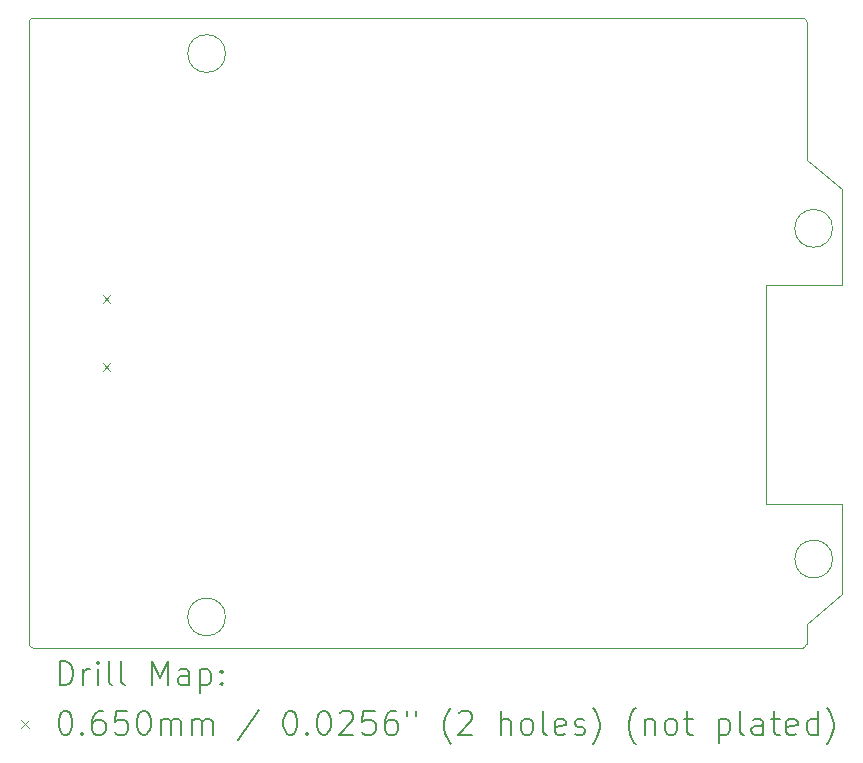
<source format=gbr>
%TF.GenerationSoftware,KiCad,Pcbnew,8.0.5*%
%TF.CreationDate,2024-12-12T18:20:34+01:00*%
%TF.ProjectId,Arduino_ESP,41726475-696e-46f5-9f45-53502e6b6963,rev?*%
%TF.SameCoordinates,Original*%
%TF.FileFunction,Drillmap*%
%TF.FilePolarity,Positive*%
%FSLAX45Y45*%
G04 Gerber Fmt 4.5, Leading zero omitted, Abs format (unit mm)*
G04 Created by KiCad (PCBNEW 8.0.5) date 2024-12-12 18:20:34*
%MOMM*%
%LPD*%
G01*
G04 APERTURE LIST*
%ADD10C,0.100000*%
%ADD11C,0.200000*%
G04 APERTURE END LIST*
D10*
X18360000Y-11330000D02*
G75*
G02*
X18330000Y-11360000I-30000J0D01*
G01*
X18360000Y-6060000D02*
X18360000Y-7230000D01*
X18020000Y-8290000D02*
X18020000Y-10140000D01*
X18360000Y-11330000D02*
X18360000Y-11160000D01*
X18580000Y-10610000D02*
G75*
G02*
X18260000Y-10610000I-160000J0D01*
G01*
X18260000Y-10610000D02*
G75*
G02*
X18580000Y-10610000I160000J0D01*
G01*
X11810000Y-11360000D02*
G75*
G02*
X11780000Y-11330000I0J30000D01*
G01*
X18660000Y-8290000D02*
X18660000Y-7480000D01*
X13440000Y-6330000D02*
G75*
G02*
X13120000Y-6330000I-160000J0D01*
G01*
X13120000Y-6330000D02*
G75*
G02*
X13440000Y-6330000I160000J0D01*
G01*
X18660000Y-10140000D02*
X18660000Y-10910000D01*
X18330000Y-6030000D02*
X11810000Y-6030000D01*
X18580000Y-7810000D02*
G75*
G02*
X18260000Y-7810000I-160000J0D01*
G01*
X18260000Y-7810000D02*
G75*
G02*
X18580000Y-7810000I160000J0D01*
G01*
X18660000Y-10910000D02*
X18360000Y-11160000D01*
X11810000Y-11360000D02*
X18330000Y-11360000D01*
X11780000Y-6060000D02*
G75*
G02*
X11810000Y-6030000I30000J0D01*
G01*
X13440000Y-11100000D02*
G75*
G02*
X13120000Y-11100000I-160000J0D01*
G01*
X13120000Y-11100000D02*
G75*
G02*
X13440000Y-11100000I160000J0D01*
G01*
X18660000Y-7480000D02*
X18360000Y-7230000D01*
X18020000Y-10140000D02*
X18660000Y-10140000D01*
X18660000Y-8290000D02*
X18020000Y-8290000D01*
X18330000Y-6030000D02*
G75*
G02*
X18360000Y-6060000I0J-30000D01*
G01*
X11780000Y-6060000D02*
X11780000Y-11330000D01*
D11*
D10*
X12401080Y-8373500D02*
X12466080Y-8438500D01*
X12466080Y-8373500D02*
X12401080Y-8438500D01*
X12401080Y-8951500D02*
X12466080Y-9016500D01*
X12466080Y-8951500D02*
X12401080Y-9016500D01*
D11*
X12035777Y-11676484D02*
X12035777Y-11476484D01*
X12035777Y-11476484D02*
X12083396Y-11476484D01*
X12083396Y-11476484D02*
X12111967Y-11486008D01*
X12111967Y-11486008D02*
X12131015Y-11505055D01*
X12131015Y-11505055D02*
X12140539Y-11524103D01*
X12140539Y-11524103D02*
X12150062Y-11562198D01*
X12150062Y-11562198D02*
X12150062Y-11590769D01*
X12150062Y-11590769D02*
X12140539Y-11628865D01*
X12140539Y-11628865D02*
X12131015Y-11647912D01*
X12131015Y-11647912D02*
X12111967Y-11666960D01*
X12111967Y-11666960D02*
X12083396Y-11676484D01*
X12083396Y-11676484D02*
X12035777Y-11676484D01*
X12235777Y-11676484D02*
X12235777Y-11543150D01*
X12235777Y-11581246D02*
X12245301Y-11562198D01*
X12245301Y-11562198D02*
X12254824Y-11552674D01*
X12254824Y-11552674D02*
X12273872Y-11543150D01*
X12273872Y-11543150D02*
X12292920Y-11543150D01*
X12359586Y-11676484D02*
X12359586Y-11543150D01*
X12359586Y-11476484D02*
X12350062Y-11486008D01*
X12350062Y-11486008D02*
X12359586Y-11495531D01*
X12359586Y-11495531D02*
X12369110Y-11486008D01*
X12369110Y-11486008D02*
X12359586Y-11476484D01*
X12359586Y-11476484D02*
X12359586Y-11495531D01*
X12483396Y-11676484D02*
X12464348Y-11666960D01*
X12464348Y-11666960D02*
X12454824Y-11647912D01*
X12454824Y-11647912D02*
X12454824Y-11476484D01*
X12588158Y-11676484D02*
X12569110Y-11666960D01*
X12569110Y-11666960D02*
X12559586Y-11647912D01*
X12559586Y-11647912D02*
X12559586Y-11476484D01*
X12816729Y-11676484D02*
X12816729Y-11476484D01*
X12816729Y-11476484D02*
X12883396Y-11619341D01*
X12883396Y-11619341D02*
X12950062Y-11476484D01*
X12950062Y-11476484D02*
X12950062Y-11676484D01*
X13131015Y-11676484D02*
X13131015Y-11571722D01*
X13131015Y-11571722D02*
X13121491Y-11552674D01*
X13121491Y-11552674D02*
X13102443Y-11543150D01*
X13102443Y-11543150D02*
X13064348Y-11543150D01*
X13064348Y-11543150D02*
X13045301Y-11552674D01*
X13131015Y-11666960D02*
X13111967Y-11676484D01*
X13111967Y-11676484D02*
X13064348Y-11676484D01*
X13064348Y-11676484D02*
X13045301Y-11666960D01*
X13045301Y-11666960D02*
X13035777Y-11647912D01*
X13035777Y-11647912D02*
X13035777Y-11628865D01*
X13035777Y-11628865D02*
X13045301Y-11609817D01*
X13045301Y-11609817D02*
X13064348Y-11600293D01*
X13064348Y-11600293D02*
X13111967Y-11600293D01*
X13111967Y-11600293D02*
X13131015Y-11590769D01*
X13226253Y-11543150D02*
X13226253Y-11743150D01*
X13226253Y-11552674D02*
X13245301Y-11543150D01*
X13245301Y-11543150D02*
X13283396Y-11543150D01*
X13283396Y-11543150D02*
X13302443Y-11552674D01*
X13302443Y-11552674D02*
X13311967Y-11562198D01*
X13311967Y-11562198D02*
X13321491Y-11581246D01*
X13321491Y-11581246D02*
X13321491Y-11638388D01*
X13321491Y-11638388D02*
X13311967Y-11657436D01*
X13311967Y-11657436D02*
X13302443Y-11666960D01*
X13302443Y-11666960D02*
X13283396Y-11676484D01*
X13283396Y-11676484D02*
X13245301Y-11676484D01*
X13245301Y-11676484D02*
X13226253Y-11666960D01*
X13407205Y-11657436D02*
X13416729Y-11666960D01*
X13416729Y-11666960D02*
X13407205Y-11676484D01*
X13407205Y-11676484D02*
X13397682Y-11666960D01*
X13397682Y-11666960D02*
X13407205Y-11657436D01*
X13407205Y-11657436D02*
X13407205Y-11676484D01*
X13407205Y-11552674D02*
X13416729Y-11562198D01*
X13416729Y-11562198D02*
X13407205Y-11571722D01*
X13407205Y-11571722D02*
X13397682Y-11562198D01*
X13397682Y-11562198D02*
X13407205Y-11552674D01*
X13407205Y-11552674D02*
X13407205Y-11571722D01*
D10*
X11710000Y-11972500D02*
X11775000Y-12037500D01*
X11775000Y-11972500D02*
X11710000Y-12037500D01*
D11*
X12073872Y-11896484D02*
X12092920Y-11896484D01*
X12092920Y-11896484D02*
X12111967Y-11906008D01*
X12111967Y-11906008D02*
X12121491Y-11915531D01*
X12121491Y-11915531D02*
X12131015Y-11934579D01*
X12131015Y-11934579D02*
X12140539Y-11972674D01*
X12140539Y-11972674D02*
X12140539Y-12020293D01*
X12140539Y-12020293D02*
X12131015Y-12058388D01*
X12131015Y-12058388D02*
X12121491Y-12077436D01*
X12121491Y-12077436D02*
X12111967Y-12086960D01*
X12111967Y-12086960D02*
X12092920Y-12096484D01*
X12092920Y-12096484D02*
X12073872Y-12096484D01*
X12073872Y-12096484D02*
X12054824Y-12086960D01*
X12054824Y-12086960D02*
X12045301Y-12077436D01*
X12045301Y-12077436D02*
X12035777Y-12058388D01*
X12035777Y-12058388D02*
X12026253Y-12020293D01*
X12026253Y-12020293D02*
X12026253Y-11972674D01*
X12026253Y-11972674D02*
X12035777Y-11934579D01*
X12035777Y-11934579D02*
X12045301Y-11915531D01*
X12045301Y-11915531D02*
X12054824Y-11906008D01*
X12054824Y-11906008D02*
X12073872Y-11896484D01*
X12226253Y-12077436D02*
X12235777Y-12086960D01*
X12235777Y-12086960D02*
X12226253Y-12096484D01*
X12226253Y-12096484D02*
X12216729Y-12086960D01*
X12216729Y-12086960D02*
X12226253Y-12077436D01*
X12226253Y-12077436D02*
X12226253Y-12096484D01*
X12407205Y-11896484D02*
X12369110Y-11896484D01*
X12369110Y-11896484D02*
X12350062Y-11906008D01*
X12350062Y-11906008D02*
X12340539Y-11915531D01*
X12340539Y-11915531D02*
X12321491Y-11944103D01*
X12321491Y-11944103D02*
X12311967Y-11982198D01*
X12311967Y-11982198D02*
X12311967Y-12058388D01*
X12311967Y-12058388D02*
X12321491Y-12077436D01*
X12321491Y-12077436D02*
X12331015Y-12086960D01*
X12331015Y-12086960D02*
X12350062Y-12096484D01*
X12350062Y-12096484D02*
X12388158Y-12096484D01*
X12388158Y-12096484D02*
X12407205Y-12086960D01*
X12407205Y-12086960D02*
X12416729Y-12077436D01*
X12416729Y-12077436D02*
X12426253Y-12058388D01*
X12426253Y-12058388D02*
X12426253Y-12010769D01*
X12426253Y-12010769D02*
X12416729Y-11991722D01*
X12416729Y-11991722D02*
X12407205Y-11982198D01*
X12407205Y-11982198D02*
X12388158Y-11972674D01*
X12388158Y-11972674D02*
X12350062Y-11972674D01*
X12350062Y-11972674D02*
X12331015Y-11982198D01*
X12331015Y-11982198D02*
X12321491Y-11991722D01*
X12321491Y-11991722D02*
X12311967Y-12010769D01*
X12607205Y-11896484D02*
X12511967Y-11896484D01*
X12511967Y-11896484D02*
X12502443Y-11991722D01*
X12502443Y-11991722D02*
X12511967Y-11982198D01*
X12511967Y-11982198D02*
X12531015Y-11972674D01*
X12531015Y-11972674D02*
X12578634Y-11972674D01*
X12578634Y-11972674D02*
X12597682Y-11982198D01*
X12597682Y-11982198D02*
X12607205Y-11991722D01*
X12607205Y-11991722D02*
X12616729Y-12010769D01*
X12616729Y-12010769D02*
X12616729Y-12058388D01*
X12616729Y-12058388D02*
X12607205Y-12077436D01*
X12607205Y-12077436D02*
X12597682Y-12086960D01*
X12597682Y-12086960D02*
X12578634Y-12096484D01*
X12578634Y-12096484D02*
X12531015Y-12096484D01*
X12531015Y-12096484D02*
X12511967Y-12086960D01*
X12511967Y-12086960D02*
X12502443Y-12077436D01*
X12740539Y-11896484D02*
X12759586Y-11896484D01*
X12759586Y-11896484D02*
X12778634Y-11906008D01*
X12778634Y-11906008D02*
X12788158Y-11915531D01*
X12788158Y-11915531D02*
X12797682Y-11934579D01*
X12797682Y-11934579D02*
X12807205Y-11972674D01*
X12807205Y-11972674D02*
X12807205Y-12020293D01*
X12807205Y-12020293D02*
X12797682Y-12058388D01*
X12797682Y-12058388D02*
X12788158Y-12077436D01*
X12788158Y-12077436D02*
X12778634Y-12086960D01*
X12778634Y-12086960D02*
X12759586Y-12096484D01*
X12759586Y-12096484D02*
X12740539Y-12096484D01*
X12740539Y-12096484D02*
X12721491Y-12086960D01*
X12721491Y-12086960D02*
X12711967Y-12077436D01*
X12711967Y-12077436D02*
X12702443Y-12058388D01*
X12702443Y-12058388D02*
X12692920Y-12020293D01*
X12692920Y-12020293D02*
X12692920Y-11972674D01*
X12692920Y-11972674D02*
X12702443Y-11934579D01*
X12702443Y-11934579D02*
X12711967Y-11915531D01*
X12711967Y-11915531D02*
X12721491Y-11906008D01*
X12721491Y-11906008D02*
X12740539Y-11896484D01*
X12892920Y-12096484D02*
X12892920Y-11963150D01*
X12892920Y-11982198D02*
X12902443Y-11972674D01*
X12902443Y-11972674D02*
X12921491Y-11963150D01*
X12921491Y-11963150D02*
X12950063Y-11963150D01*
X12950063Y-11963150D02*
X12969110Y-11972674D01*
X12969110Y-11972674D02*
X12978634Y-11991722D01*
X12978634Y-11991722D02*
X12978634Y-12096484D01*
X12978634Y-11991722D02*
X12988158Y-11972674D01*
X12988158Y-11972674D02*
X13007205Y-11963150D01*
X13007205Y-11963150D02*
X13035777Y-11963150D01*
X13035777Y-11963150D02*
X13054824Y-11972674D01*
X13054824Y-11972674D02*
X13064348Y-11991722D01*
X13064348Y-11991722D02*
X13064348Y-12096484D01*
X13159586Y-12096484D02*
X13159586Y-11963150D01*
X13159586Y-11982198D02*
X13169110Y-11972674D01*
X13169110Y-11972674D02*
X13188158Y-11963150D01*
X13188158Y-11963150D02*
X13216729Y-11963150D01*
X13216729Y-11963150D02*
X13235777Y-11972674D01*
X13235777Y-11972674D02*
X13245301Y-11991722D01*
X13245301Y-11991722D02*
X13245301Y-12096484D01*
X13245301Y-11991722D02*
X13254824Y-11972674D01*
X13254824Y-11972674D02*
X13273872Y-11963150D01*
X13273872Y-11963150D02*
X13302443Y-11963150D01*
X13302443Y-11963150D02*
X13321491Y-11972674D01*
X13321491Y-11972674D02*
X13331015Y-11991722D01*
X13331015Y-11991722D02*
X13331015Y-12096484D01*
X13721491Y-11886960D02*
X13550063Y-12144103D01*
X13978634Y-11896484D02*
X13997682Y-11896484D01*
X13997682Y-11896484D02*
X14016729Y-11906008D01*
X14016729Y-11906008D02*
X14026253Y-11915531D01*
X14026253Y-11915531D02*
X14035777Y-11934579D01*
X14035777Y-11934579D02*
X14045301Y-11972674D01*
X14045301Y-11972674D02*
X14045301Y-12020293D01*
X14045301Y-12020293D02*
X14035777Y-12058388D01*
X14035777Y-12058388D02*
X14026253Y-12077436D01*
X14026253Y-12077436D02*
X14016729Y-12086960D01*
X14016729Y-12086960D02*
X13997682Y-12096484D01*
X13997682Y-12096484D02*
X13978634Y-12096484D01*
X13978634Y-12096484D02*
X13959586Y-12086960D01*
X13959586Y-12086960D02*
X13950063Y-12077436D01*
X13950063Y-12077436D02*
X13940539Y-12058388D01*
X13940539Y-12058388D02*
X13931015Y-12020293D01*
X13931015Y-12020293D02*
X13931015Y-11972674D01*
X13931015Y-11972674D02*
X13940539Y-11934579D01*
X13940539Y-11934579D02*
X13950063Y-11915531D01*
X13950063Y-11915531D02*
X13959586Y-11906008D01*
X13959586Y-11906008D02*
X13978634Y-11896484D01*
X14131015Y-12077436D02*
X14140539Y-12086960D01*
X14140539Y-12086960D02*
X14131015Y-12096484D01*
X14131015Y-12096484D02*
X14121491Y-12086960D01*
X14121491Y-12086960D02*
X14131015Y-12077436D01*
X14131015Y-12077436D02*
X14131015Y-12096484D01*
X14264348Y-11896484D02*
X14283396Y-11896484D01*
X14283396Y-11896484D02*
X14302444Y-11906008D01*
X14302444Y-11906008D02*
X14311967Y-11915531D01*
X14311967Y-11915531D02*
X14321491Y-11934579D01*
X14321491Y-11934579D02*
X14331015Y-11972674D01*
X14331015Y-11972674D02*
X14331015Y-12020293D01*
X14331015Y-12020293D02*
X14321491Y-12058388D01*
X14321491Y-12058388D02*
X14311967Y-12077436D01*
X14311967Y-12077436D02*
X14302444Y-12086960D01*
X14302444Y-12086960D02*
X14283396Y-12096484D01*
X14283396Y-12096484D02*
X14264348Y-12096484D01*
X14264348Y-12096484D02*
X14245301Y-12086960D01*
X14245301Y-12086960D02*
X14235777Y-12077436D01*
X14235777Y-12077436D02*
X14226253Y-12058388D01*
X14226253Y-12058388D02*
X14216729Y-12020293D01*
X14216729Y-12020293D02*
X14216729Y-11972674D01*
X14216729Y-11972674D02*
X14226253Y-11934579D01*
X14226253Y-11934579D02*
X14235777Y-11915531D01*
X14235777Y-11915531D02*
X14245301Y-11906008D01*
X14245301Y-11906008D02*
X14264348Y-11896484D01*
X14407206Y-11915531D02*
X14416729Y-11906008D01*
X14416729Y-11906008D02*
X14435777Y-11896484D01*
X14435777Y-11896484D02*
X14483396Y-11896484D01*
X14483396Y-11896484D02*
X14502444Y-11906008D01*
X14502444Y-11906008D02*
X14511967Y-11915531D01*
X14511967Y-11915531D02*
X14521491Y-11934579D01*
X14521491Y-11934579D02*
X14521491Y-11953627D01*
X14521491Y-11953627D02*
X14511967Y-11982198D01*
X14511967Y-11982198D02*
X14397682Y-12096484D01*
X14397682Y-12096484D02*
X14521491Y-12096484D01*
X14702444Y-11896484D02*
X14607206Y-11896484D01*
X14607206Y-11896484D02*
X14597682Y-11991722D01*
X14597682Y-11991722D02*
X14607206Y-11982198D01*
X14607206Y-11982198D02*
X14626253Y-11972674D01*
X14626253Y-11972674D02*
X14673872Y-11972674D01*
X14673872Y-11972674D02*
X14692920Y-11982198D01*
X14692920Y-11982198D02*
X14702444Y-11991722D01*
X14702444Y-11991722D02*
X14711967Y-12010769D01*
X14711967Y-12010769D02*
X14711967Y-12058388D01*
X14711967Y-12058388D02*
X14702444Y-12077436D01*
X14702444Y-12077436D02*
X14692920Y-12086960D01*
X14692920Y-12086960D02*
X14673872Y-12096484D01*
X14673872Y-12096484D02*
X14626253Y-12096484D01*
X14626253Y-12096484D02*
X14607206Y-12086960D01*
X14607206Y-12086960D02*
X14597682Y-12077436D01*
X14883396Y-11896484D02*
X14845301Y-11896484D01*
X14845301Y-11896484D02*
X14826253Y-11906008D01*
X14826253Y-11906008D02*
X14816729Y-11915531D01*
X14816729Y-11915531D02*
X14797682Y-11944103D01*
X14797682Y-11944103D02*
X14788158Y-11982198D01*
X14788158Y-11982198D02*
X14788158Y-12058388D01*
X14788158Y-12058388D02*
X14797682Y-12077436D01*
X14797682Y-12077436D02*
X14807206Y-12086960D01*
X14807206Y-12086960D02*
X14826253Y-12096484D01*
X14826253Y-12096484D02*
X14864348Y-12096484D01*
X14864348Y-12096484D02*
X14883396Y-12086960D01*
X14883396Y-12086960D02*
X14892920Y-12077436D01*
X14892920Y-12077436D02*
X14902444Y-12058388D01*
X14902444Y-12058388D02*
X14902444Y-12010769D01*
X14902444Y-12010769D02*
X14892920Y-11991722D01*
X14892920Y-11991722D02*
X14883396Y-11982198D01*
X14883396Y-11982198D02*
X14864348Y-11972674D01*
X14864348Y-11972674D02*
X14826253Y-11972674D01*
X14826253Y-11972674D02*
X14807206Y-11982198D01*
X14807206Y-11982198D02*
X14797682Y-11991722D01*
X14797682Y-11991722D02*
X14788158Y-12010769D01*
X14978634Y-11896484D02*
X14978634Y-11934579D01*
X15054825Y-11896484D02*
X15054825Y-11934579D01*
X15350063Y-12172674D02*
X15340539Y-12163150D01*
X15340539Y-12163150D02*
X15321491Y-12134579D01*
X15321491Y-12134579D02*
X15311968Y-12115531D01*
X15311968Y-12115531D02*
X15302444Y-12086960D01*
X15302444Y-12086960D02*
X15292920Y-12039341D01*
X15292920Y-12039341D02*
X15292920Y-12001246D01*
X15292920Y-12001246D02*
X15302444Y-11953627D01*
X15302444Y-11953627D02*
X15311968Y-11925055D01*
X15311968Y-11925055D02*
X15321491Y-11906008D01*
X15321491Y-11906008D02*
X15340539Y-11877436D01*
X15340539Y-11877436D02*
X15350063Y-11867912D01*
X15416729Y-11915531D02*
X15426253Y-11906008D01*
X15426253Y-11906008D02*
X15445301Y-11896484D01*
X15445301Y-11896484D02*
X15492920Y-11896484D01*
X15492920Y-11896484D02*
X15511968Y-11906008D01*
X15511968Y-11906008D02*
X15521491Y-11915531D01*
X15521491Y-11915531D02*
X15531015Y-11934579D01*
X15531015Y-11934579D02*
X15531015Y-11953627D01*
X15531015Y-11953627D02*
X15521491Y-11982198D01*
X15521491Y-11982198D02*
X15407206Y-12096484D01*
X15407206Y-12096484D02*
X15531015Y-12096484D01*
X15769110Y-12096484D02*
X15769110Y-11896484D01*
X15854825Y-12096484D02*
X15854825Y-11991722D01*
X15854825Y-11991722D02*
X15845301Y-11972674D01*
X15845301Y-11972674D02*
X15826253Y-11963150D01*
X15826253Y-11963150D02*
X15797682Y-11963150D01*
X15797682Y-11963150D02*
X15778634Y-11972674D01*
X15778634Y-11972674D02*
X15769110Y-11982198D01*
X15978634Y-12096484D02*
X15959587Y-12086960D01*
X15959587Y-12086960D02*
X15950063Y-12077436D01*
X15950063Y-12077436D02*
X15940539Y-12058388D01*
X15940539Y-12058388D02*
X15940539Y-12001246D01*
X15940539Y-12001246D02*
X15950063Y-11982198D01*
X15950063Y-11982198D02*
X15959587Y-11972674D01*
X15959587Y-11972674D02*
X15978634Y-11963150D01*
X15978634Y-11963150D02*
X16007206Y-11963150D01*
X16007206Y-11963150D02*
X16026253Y-11972674D01*
X16026253Y-11972674D02*
X16035777Y-11982198D01*
X16035777Y-11982198D02*
X16045301Y-12001246D01*
X16045301Y-12001246D02*
X16045301Y-12058388D01*
X16045301Y-12058388D02*
X16035777Y-12077436D01*
X16035777Y-12077436D02*
X16026253Y-12086960D01*
X16026253Y-12086960D02*
X16007206Y-12096484D01*
X16007206Y-12096484D02*
X15978634Y-12096484D01*
X16159587Y-12096484D02*
X16140539Y-12086960D01*
X16140539Y-12086960D02*
X16131015Y-12067912D01*
X16131015Y-12067912D02*
X16131015Y-11896484D01*
X16311968Y-12086960D02*
X16292920Y-12096484D01*
X16292920Y-12096484D02*
X16254825Y-12096484D01*
X16254825Y-12096484D02*
X16235777Y-12086960D01*
X16235777Y-12086960D02*
X16226253Y-12067912D01*
X16226253Y-12067912D02*
X16226253Y-11991722D01*
X16226253Y-11991722D02*
X16235777Y-11972674D01*
X16235777Y-11972674D02*
X16254825Y-11963150D01*
X16254825Y-11963150D02*
X16292920Y-11963150D01*
X16292920Y-11963150D02*
X16311968Y-11972674D01*
X16311968Y-11972674D02*
X16321491Y-11991722D01*
X16321491Y-11991722D02*
X16321491Y-12010769D01*
X16321491Y-12010769D02*
X16226253Y-12029817D01*
X16397682Y-12086960D02*
X16416730Y-12096484D01*
X16416730Y-12096484D02*
X16454825Y-12096484D01*
X16454825Y-12096484D02*
X16473872Y-12086960D01*
X16473872Y-12086960D02*
X16483396Y-12067912D01*
X16483396Y-12067912D02*
X16483396Y-12058388D01*
X16483396Y-12058388D02*
X16473872Y-12039341D01*
X16473872Y-12039341D02*
X16454825Y-12029817D01*
X16454825Y-12029817D02*
X16426253Y-12029817D01*
X16426253Y-12029817D02*
X16407206Y-12020293D01*
X16407206Y-12020293D02*
X16397682Y-12001246D01*
X16397682Y-12001246D02*
X16397682Y-11991722D01*
X16397682Y-11991722D02*
X16407206Y-11972674D01*
X16407206Y-11972674D02*
X16426253Y-11963150D01*
X16426253Y-11963150D02*
X16454825Y-11963150D01*
X16454825Y-11963150D02*
X16473872Y-11972674D01*
X16550063Y-12172674D02*
X16559587Y-12163150D01*
X16559587Y-12163150D02*
X16578634Y-12134579D01*
X16578634Y-12134579D02*
X16588158Y-12115531D01*
X16588158Y-12115531D02*
X16597682Y-12086960D01*
X16597682Y-12086960D02*
X16607206Y-12039341D01*
X16607206Y-12039341D02*
X16607206Y-12001246D01*
X16607206Y-12001246D02*
X16597682Y-11953627D01*
X16597682Y-11953627D02*
X16588158Y-11925055D01*
X16588158Y-11925055D02*
X16578634Y-11906008D01*
X16578634Y-11906008D02*
X16559587Y-11877436D01*
X16559587Y-11877436D02*
X16550063Y-11867912D01*
X16911968Y-12172674D02*
X16902444Y-12163150D01*
X16902444Y-12163150D02*
X16883396Y-12134579D01*
X16883396Y-12134579D02*
X16873873Y-12115531D01*
X16873873Y-12115531D02*
X16864349Y-12086960D01*
X16864349Y-12086960D02*
X16854825Y-12039341D01*
X16854825Y-12039341D02*
X16854825Y-12001246D01*
X16854825Y-12001246D02*
X16864349Y-11953627D01*
X16864349Y-11953627D02*
X16873873Y-11925055D01*
X16873873Y-11925055D02*
X16883396Y-11906008D01*
X16883396Y-11906008D02*
X16902444Y-11877436D01*
X16902444Y-11877436D02*
X16911968Y-11867912D01*
X16988158Y-11963150D02*
X16988158Y-12096484D01*
X16988158Y-11982198D02*
X16997682Y-11972674D01*
X16997682Y-11972674D02*
X17016730Y-11963150D01*
X17016730Y-11963150D02*
X17045301Y-11963150D01*
X17045301Y-11963150D02*
X17064349Y-11972674D01*
X17064349Y-11972674D02*
X17073873Y-11991722D01*
X17073873Y-11991722D02*
X17073873Y-12096484D01*
X17197682Y-12096484D02*
X17178634Y-12086960D01*
X17178634Y-12086960D02*
X17169111Y-12077436D01*
X17169111Y-12077436D02*
X17159587Y-12058388D01*
X17159587Y-12058388D02*
X17159587Y-12001246D01*
X17159587Y-12001246D02*
X17169111Y-11982198D01*
X17169111Y-11982198D02*
X17178634Y-11972674D01*
X17178634Y-11972674D02*
X17197682Y-11963150D01*
X17197682Y-11963150D02*
X17226254Y-11963150D01*
X17226254Y-11963150D02*
X17245301Y-11972674D01*
X17245301Y-11972674D02*
X17254825Y-11982198D01*
X17254825Y-11982198D02*
X17264349Y-12001246D01*
X17264349Y-12001246D02*
X17264349Y-12058388D01*
X17264349Y-12058388D02*
X17254825Y-12077436D01*
X17254825Y-12077436D02*
X17245301Y-12086960D01*
X17245301Y-12086960D02*
X17226254Y-12096484D01*
X17226254Y-12096484D02*
X17197682Y-12096484D01*
X17321492Y-11963150D02*
X17397682Y-11963150D01*
X17350063Y-11896484D02*
X17350063Y-12067912D01*
X17350063Y-12067912D02*
X17359587Y-12086960D01*
X17359587Y-12086960D02*
X17378634Y-12096484D01*
X17378634Y-12096484D02*
X17397682Y-12096484D01*
X17616730Y-11963150D02*
X17616730Y-12163150D01*
X17616730Y-11972674D02*
X17635777Y-11963150D01*
X17635777Y-11963150D02*
X17673873Y-11963150D01*
X17673873Y-11963150D02*
X17692920Y-11972674D01*
X17692920Y-11972674D02*
X17702444Y-11982198D01*
X17702444Y-11982198D02*
X17711968Y-12001246D01*
X17711968Y-12001246D02*
X17711968Y-12058388D01*
X17711968Y-12058388D02*
X17702444Y-12077436D01*
X17702444Y-12077436D02*
X17692920Y-12086960D01*
X17692920Y-12086960D02*
X17673873Y-12096484D01*
X17673873Y-12096484D02*
X17635777Y-12096484D01*
X17635777Y-12096484D02*
X17616730Y-12086960D01*
X17826254Y-12096484D02*
X17807206Y-12086960D01*
X17807206Y-12086960D02*
X17797682Y-12067912D01*
X17797682Y-12067912D02*
X17797682Y-11896484D01*
X17988158Y-12096484D02*
X17988158Y-11991722D01*
X17988158Y-11991722D02*
X17978635Y-11972674D01*
X17978635Y-11972674D02*
X17959587Y-11963150D01*
X17959587Y-11963150D02*
X17921492Y-11963150D01*
X17921492Y-11963150D02*
X17902444Y-11972674D01*
X17988158Y-12086960D02*
X17969111Y-12096484D01*
X17969111Y-12096484D02*
X17921492Y-12096484D01*
X17921492Y-12096484D02*
X17902444Y-12086960D01*
X17902444Y-12086960D02*
X17892920Y-12067912D01*
X17892920Y-12067912D02*
X17892920Y-12048865D01*
X17892920Y-12048865D02*
X17902444Y-12029817D01*
X17902444Y-12029817D02*
X17921492Y-12020293D01*
X17921492Y-12020293D02*
X17969111Y-12020293D01*
X17969111Y-12020293D02*
X17988158Y-12010769D01*
X18054825Y-11963150D02*
X18131015Y-11963150D01*
X18083396Y-11896484D02*
X18083396Y-12067912D01*
X18083396Y-12067912D02*
X18092920Y-12086960D01*
X18092920Y-12086960D02*
X18111968Y-12096484D01*
X18111968Y-12096484D02*
X18131015Y-12096484D01*
X18273873Y-12086960D02*
X18254825Y-12096484D01*
X18254825Y-12096484D02*
X18216730Y-12096484D01*
X18216730Y-12096484D02*
X18197682Y-12086960D01*
X18197682Y-12086960D02*
X18188158Y-12067912D01*
X18188158Y-12067912D02*
X18188158Y-11991722D01*
X18188158Y-11991722D02*
X18197682Y-11972674D01*
X18197682Y-11972674D02*
X18216730Y-11963150D01*
X18216730Y-11963150D02*
X18254825Y-11963150D01*
X18254825Y-11963150D02*
X18273873Y-11972674D01*
X18273873Y-11972674D02*
X18283396Y-11991722D01*
X18283396Y-11991722D02*
X18283396Y-12010769D01*
X18283396Y-12010769D02*
X18188158Y-12029817D01*
X18454825Y-12096484D02*
X18454825Y-11896484D01*
X18454825Y-12086960D02*
X18435777Y-12096484D01*
X18435777Y-12096484D02*
X18397682Y-12096484D01*
X18397682Y-12096484D02*
X18378635Y-12086960D01*
X18378635Y-12086960D02*
X18369111Y-12077436D01*
X18369111Y-12077436D02*
X18359587Y-12058388D01*
X18359587Y-12058388D02*
X18359587Y-12001246D01*
X18359587Y-12001246D02*
X18369111Y-11982198D01*
X18369111Y-11982198D02*
X18378635Y-11972674D01*
X18378635Y-11972674D02*
X18397682Y-11963150D01*
X18397682Y-11963150D02*
X18435777Y-11963150D01*
X18435777Y-11963150D02*
X18454825Y-11972674D01*
X18531016Y-12172674D02*
X18540539Y-12163150D01*
X18540539Y-12163150D02*
X18559587Y-12134579D01*
X18559587Y-12134579D02*
X18569111Y-12115531D01*
X18569111Y-12115531D02*
X18578635Y-12086960D01*
X18578635Y-12086960D02*
X18588158Y-12039341D01*
X18588158Y-12039341D02*
X18588158Y-12001246D01*
X18588158Y-12001246D02*
X18578635Y-11953627D01*
X18578635Y-11953627D02*
X18569111Y-11925055D01*
X18569111Y-11925055D02*
X18559587Y-11906008D01*
X18559587Y-11906008D02*
X18540539Y-11877436D01*
X18540539Y-11877436D02*
X18531016Y-11867912D01*
M02*

</source>
